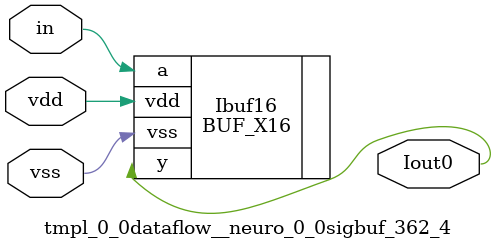
<source format=v>
module tmpl_0_0dataflow__neuro_0_0sigbuf_362_4(in, Iout0 , vdd, vss); 
   input vdd;
   input vss;
   input in;
   

// -- signals ---
   wire in;
   output Iout0 ;

// --- instances
BUF_X16 Ibuf16  (.y(Iout0 ), .a(in), .vdd(vdd), .vss(vss));
endmodule
</source>
